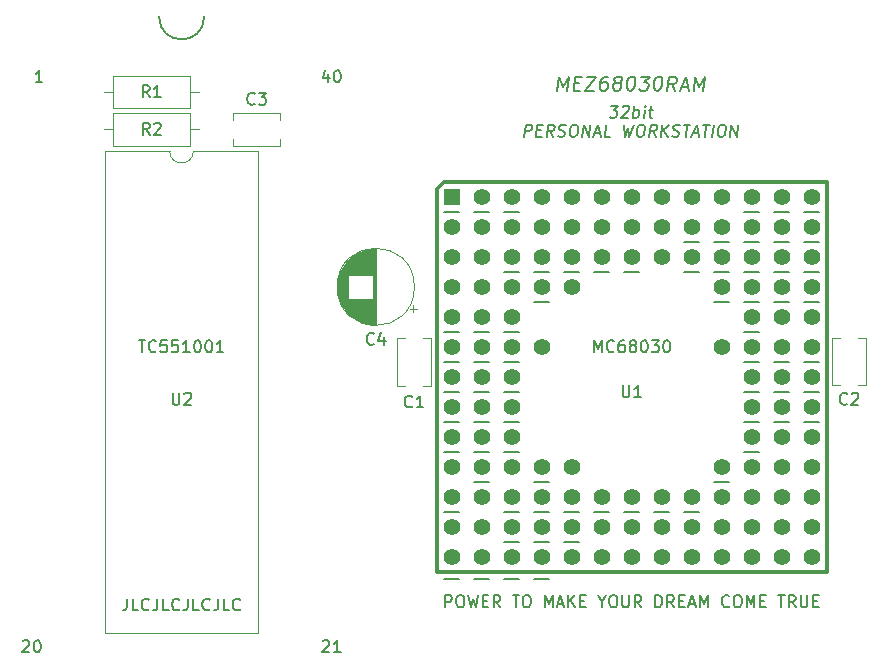
<source format=gto>
G04 #@! TF.GenerationSoftware,KiCad,Pcbnew,(6.0.10-0)*
G04 #@! TF.CreationDate,2023-02-19T16:13:56+09:00*
G04 #@! TF.ProjectId,MEZ68030RAM,4d455a36-3830-4333-9052-414d2e6b6963,A*
G04 #@! TF.SameCoordinates,PX5f5e100PY8e18f40*
G04 #@! TF.FileFunction,Legend,Top*
G04 #@! TF.FilePolarity,Positive*
%FSLAX46Y46*%
G04 Gerber Fmt 4.6, Leading zero omitted, Abs format (unit mm)*
G04 Created by KiCad (PCBNEW (6.0.10-0)) date 2023-02-19 16:13:56*
%MOMM*%
%LPD*%
G01*
G04 APERTURE LIST*
%ADD10C,0.150000*%
%ADD11C,0.200000*%
%ADD12C,0.203200*%
%ADD13C,0.120000*%
%ADD14C,0.304800*%
%ADD15R,1.397000X1.397000*%
%ADD16C,1.397000*%
G04 APERTURE END LIST*
D10*
X9350952Y7532620D02*
X9350952Y6818334D01*
X9303333Y6675477D01*
X9208095Y6580239D01*
X9065238Y6532620D01*
X8970000Y6532620D01*
X10303333Y6532620D02*
X9827142Y6532620D01*
X9827142Y7532620D01*
X11208095Y6627858D02*
X11160476Y6580239D01*
X11017619Y6532620D01*
X10922380Y6532620D01*
X10779523Y6580239D01*
X10684285Y6675477D01*
X10636666Y6770715D01*
X10589047Y6961191D01*
X10589047Y7104048D01*
X10636666Y7294524D01*
X10684285Y7389762D01*
X10779523Y7485000D01*
X10922380Y7532620D01*
X11017619Y7532620D01*
X11160476Y7485000D01*
X11208095Y7437381D01*
X11922380Y7532620D02*
X11922380Y6818334D01*
X11874761Y6675477D01*
X11779523Y6580239D01*
X11636666Y6532620D01*
X11541428Y6532620D01*
X12874761Y6532620D02*
X12398571Y6532620D01*
X12398571Y7532620D01*
X13779523Y6627858D02*
X13731904Y6580239D01*
X13589047Y6532620D01*
X13493809Y6532620D01*
X13350952Y6580239D01*
X13255714Y6675477D01*
X13208095Y6770715D01*
X13160476Y6961191D01*
X13160476Y7104048D01*
X13208095Y7294524D01*
X13255714Y7389762D01*
X13350952Y7485000D01*
X13493809Y7532620D01*
X13589047Y7532620D01*
X13731904Y7485000D01*
X13779523Y7437381D01*
X14493809Y7532620D02*
X14493809Y6818334D01*
X14446190Y6675477D01*
X14350952Y6580239D01*
X14208095Y6532620D01*
X14112857Y6532620D01*
X15446190Y6532620D02*
X14970000Y6532620D01*
X14970000Y7532620D01*
X16350952Y6627858D02*
X16303333Y6580239D01*
X16160476Y6532620D01*
X16065238Y6532620D01*
X15922380Y6580239D01*
X15827142Y6675477D01*
X15779523Y6770715D01*
X15731904Y6961191D01*
X15731904Y7104048D01*
X15779523Y7294524D01*
X15827142Y7389762D01*
X15922380Y7485000D01*
X16065238Y7532620D01*
X16160476Y7532620D01*
X16303333Y7485000D01*
X16350952Y7437381D01*
X17065238Y7532620D02*
X17065238Y6818334D01*
X17017619Y6675477D01*
X16922380Y6580239D01*
X16779523Y6532620D01*
X16684285Y6532620D01*
X18017619Y6532620D02*
X17541428Y6532620D01*
X17541428Y7532620D01*
X18922380Y6627858D02*
X18874761Y6580239D01*
X18731904Y6532620D01*
X18636666Y6532620D01*
X18493809Y6580239D01*
X18398571Y6675477D01*
X18350952Y6770715D01*
X18303333Y6961191D01*
X18303333Y7104048D01*
X18350952Y7294524D01*
X18398571Y7389762D01*
X18493809Y7485000D01*
X18636666Y7532620D01*
X18731904Y7532620D01*
X18874761Y7485000D01*
X18922380Y7437381D01*
X46355000Y12335000D02*
X47625000Y12335000D01*
X41275000Y25035000D02*
X42545000Y25035000D01*
X38735000Y9160000D02*
X40005000Y9160000D01*
X36195000Y19955000D02*
X37465000Y19955000D01*
X66675000Y40275000D02*
X67945000Y40275000D01*
X61595000Y27575000D02*
X62865000Y27575000D01*
X64135000Y37735000D02*
X65405000Y37735000D01*
X61595000Y37735000D02*
X62865000Y37735000D01*
X41275000Y22495000D02*
X42545000Y22495000D01*
X41275000Y12335000D02*
X42545000Y12335000D01*
X61595000Y32655000D02*
X62865000Y32655000D01*
X46355000Y14875000D02*
X47625000Y14875000D01*
X66675000Y22495000D02*
X67945000Y22495000D01*
X36195000Y25035000D02*
X37465000Y25035000D01*
X59055000Y17415000D02*
X60325000Y17415000D01*
X59032798Y35221786D02*
X60302798Y35221786D01*
X66675000Y27575000D02*
X67945000Y27575000D01*
X41275000Y27575000D02*
X42545000Y27575000D01*
X43815000Y12335000D02*
X45085000Y12335000D01*
X46355000Y35195000D02*
X47625000Y35195000D01*
X41275000Y14875000D02*
X42545000Y14875000D01*
X38735000Y19955000D02*
X40005000Y19955000D01*
X61595000Y22495000D02*
X62865000Y22495000D01*
X61595000Y19955000D02*
X62865000Y19955000D01*
X38735000Y22495000D02*
X40005000Y22495000D01*
X36195000Y22495000D02*
X37465000Y22495000D01*
X59055000Y37735000D02*
X60325000Y37735000D01*
X36195000Y14875000D02*
X37465000Y14875000D01*
X38735000Y30115000D02*
X40005000Y30115000D01*
X48895000Y35195000D02*
X50165000Y35195000D01*
X66675000Y25035000D02*
X67945000Y25035000D01*
X36195000Y30115000D02*
X37465000Y30115000D01*
X36195000Y9160000D02*
X37465000Y9160000D01*
X66675000Y37735000D02*
X67945000Y37735000D01*
X41275000Y9160000D02*
X42545000Y9160000D01*
X38735000Y27575000D02*
X40005000Y27575000D01*
X53975000Y14875000D02*
X55245000Y14875000D01*
X36195000Y40275000D02*
X37465000Y40275000D01*
X59055000Y32655000D02*
X60325000Y32655000D01*
X61595000Y40275000D02*
X62865000Y40275000D01*
X36195000Y25035000D02*
X37465000Y25035000D01*
X61595000Y35221786D02*
X62865000Y35221786D01*
X64135000Y22495000D02*
X65405000Y22495000D01*
X48895000Y14875000D02*
X50165000Y14875000D01*
X64135000Y40275000D02*
X65405000Y40275000D01*
X41275000Y40275000D02*
X42545000Y40275000D01*
X61595000Y25035000D02*
X62865000Y25035000D01*
X41275000Y35195000D02*
X42545000Y35195000D01*
X38735000Y25035000D02*
X40005000Y25035000D01*
X64135000Y32655000D02*
X65405000Y32655000D01*
X51435000Y35195000D02*
X52705000Y35195000D01*
X43815000Y14875000D02*
X45085000Y14875000D01*
X56515000Y35195000D02*
X57785000Y35195000D01*
X66675000Y35221786D02*
X67945000Y35221786D01*
X66675000Y32655000D02*
X67945000Y32655000D01*
X43815000Y32655000D02*
X45085000Y32655000D01*
X43815000Y35195000D02*
X45085000Y35195000D01*
X64135000Y27575000D02*
X65405000Y27575000D01*
X51435000Y14875000D02*
X52705000Y14875000D01*
X36195000Y25035000D02*
X37465000Y25035000D01*
X38735000Y17415000D02*
X40005000Y17415000D01*
X64135000Y25035000D02*
X65405000Y25035000D01*
X41275000Y19955000D02*
X42545000Y19955000D01*
X38735000Y40275000D02*
X40005000Y40275000D01*
X43815000Y17415000D02*
X45085000Y17415000D01*
X64135000Y35221786D02*
X65405000Y35221786D01*
X56515000Y37735000D02*
X57785000Y37735000D01*
X36195000Y27575000D02*
X37465000Y27575000D01*
X41275000Y30115000D02*
X42545000Y30115000D01*
X56515000Y14875000D02*
X57785000Y14875000D01*
X61595000Y30115000D02*
X62865000Y30115000D01*
X12065000Y56785000D02*
G75*
G03*
X15875000Y56785000I1905000J0D01*
G01*
X43815000Y9160000D02*
X45085000Y9160000D01*
X11263333Y49982620D02*
X10930000Y50458810D01*
X10691904Y49982620D02*
X10691904Y50982620D01*
X11072857Y50982620D01*
X11168095Y50935000D01*
X11215714Y50887381D01*
X11263333Y50792143D01*
X11263333Y50649286D01*
X11215714Y50554048D01*
X11168095Y50506429D01*
X11072857Y50458810D01*
X10691904Y50458810D01*
X12215714Y49982620D02*
X11644285Y49982620D01*
X11930000Y49982620D02*
X11930000Y50982620D01*
X11834761Y50839762D01*
X11739523Y50744524D01*
X11644285Y50696905D01*
X508095Y3897381D02*
X555714Y3945000D01*
X650952Y3992620D01*
X889047Y3992620D01*
X984285Y3945000D01*
X1031904Y3897381D01*
X1079523Y3802143D01*
X1079523Y3706905D01*
X1031904Y3564048D01*
X460476Y2992620D01*
X1079523Y2992620D01*
X1698571Y3992620D02*
X1793809Y3992620D01*
X1889047Y3945000D01*
X1936666Y3897381D01*
X1984285Y3802143D01*
X2031904Y3611667D01*
X2031904Y3373572D01*
X1984285Y3183096D01*
X1936666Y3087858D01*
X1889047Y3040239D01*
X1793809Y2992620D01*
X1698571Y2992620D01*
X1603333Y3040239D01*
X1555714Y3087858D01*
X1508095Y3183096D01*
X1460476Y3373572D01*
X1460476Y3611667D01*
X1508095Y3802143D01*
X1555714Y3897381D01*
X1603333Y3945000D01*
X1698571Y3992620D01*
X10327142Y29392620D02*
X10898571Y29392620D01*
X10612857Y28392620D02*
X10612857Y29392620D01*
X11803333Y28487858D02*
X11755714Y28440239D01*
X11612857Y28392620D01*
X11517619Y28392620D01*
X11374761Y28440239D01*
X11279523Y28535477D01*
X11231904Y28630715D01*
X11184285Y28821191D01*
X11184285Y28964048D01*
X11231904Y29154524D01*
X11279523Y29249762D01*
X11374761Y29345000D01*
X11517619Y29392620D01*
X11612857Y29392620D01*
X11755714Y29345000D01*
X11803333Y29297381D01*
X12708095Y29392620D02*
X12231904Y29392620D01*
X12184285Y28916429D01*
X12231904Y28964048D01*
X12327142Y29011667D01*
X12565238Y29011667D01*
X12660476Y28964048D01*
X12708095Y28916429D01*
X12755714Y28821191D01*
X12755714Y28583096D01*
X12708095Y28487858D01*
X12660476Y28440239D01*
X12565238Y28392620D01*
X12327142Y28392620D01*
X12231904Y28440239D01*
X12184285Y28487858D01*
X13660476Y29392620D02*
X13184285Y29392620D01*
X13136666Y28916429D01*
X13184285Y28964048D01*
X13279523Y29011667D01*
X13517619Y29011667D01*
X13612857Y28964048D01*
X13660476Y28916429D01*
X13708095Y28821191D01*
X13708095Y28583096D01*
X13660476Y28487858D01*
X13612857Y28440239D01*
X13517619Y28392620D01*
X13279523Y28392620D01*
X13184285Y28440239D01*
X13136666Y28487858D01*
X14660476Y28392620D02*
X14089047Y28392620D01*
X14374761Y28392620D02*
X14374761Y29392620D01*
X14279523Y29249762D01*
X14184285Y29154524D01*
X14089047Y29106905D01*
X15279523Y29392620D02*
X15374761Y29392620D01*
X15470000Y29345000D01*
X15517619Y29297381D01*
X15565238Y29202143D01*
X15612857Y29011667D01*
X15612857Y28773572D01*
X15565238Y28583096D01*
X15517619Y28487858D01*
X15470000Y28440239D01*
X15374761Y28392620D01*
X15279523Y28392620D01*
X15184285Y28440239D01*
X15136666Y28487858D01*
X15089047Y28583096D01*
X15041428Y28773572D01*
X15041428Y29011667D01*
X15089047Y29202143D01*
X15136666Y29297381D01*
X15184285Y29345000D01*
X15279523Y29392620D01*
X16231904Y29392620D02*
X16327142Y29392620D01*
X16422380Y29345000D01*
X16470000Y29297381D01*
X16517619Y29202143D01*
X16565238Y29011667D01*
X16565238Y28773572D01*
X16517619Y28583096D01*
X16470000Y28487858D01*
X16422380Y28440239D01*
X16327142Y28392620D01*
X16231904Y28392620D01*
X16136666Y28440239D01*
X16089047Y28487858D01*
X16041428Y28583096D01*
X15993809Y28773572D01*
X15993809Y29011667D01*
X16041428Y29202143D01*
X16089047Y29297381D01*
X16136666Y29345000D01*
X16231904Y29392620D01*
X17517619Y28392620D02*
X16946190Y28392620D01*
X17231904Y28392620D02*
X17231904Y29392620D01*
X17136666Y29249762D01*
X17041428Y29154524D01*
X16946190Y29106905D01*
X26384285Y51919286D02*
X26384285Y51252620D01*
X26146190Y52300239D02*
X25908095Y51585953D01*
X26527142Y51585953D01*
X27098571Y52252620D02*
X27193809Y52252620D01*
X27289047Y52205000D01*
X27336666Y52157381D01*
X27384285Y52062143D01*
X27431904Y51871667D01*
X27431904Y51633572D01*
X27384285Y51443096D01*
X27336666Y51347858D01*
X27289047Y51300239D01*
X27193809Y51252620D01*
X27098571Y51252620D01*
X27003333Y51300239D01*
X26955714Y51347858D01*
X26908095Y51443096D01*
X26860476Y51633572D01*
X26860476Y51871667D01*
X26908095Y52062143D01*
X26955714Y52157381D01*
X27003333Y52205000D01*
X27098571Y52252620D01*
X25908095Y3897381D02*
X25955714Y3945000D01*
X26050952Y3992620D01*
X26289047Y3992620D01*
X26384285Y3945000D01*
X26431904Y3897381D01*
X26479523Y3802143D01*
X26479523Y3706905D01*
X26431904Y3564048D01*
X25860476Y2992620D01*
X26479523Y2992620D01*
X27431904Y2992620D02*
X26860476Y2992620D01*
X27146190Y2992620D02*
X27146190Y3992620D01*
X27050952Y3849762D01*
X26955714Y3754524D01*
X26860476Y3706905D01*
D11*
X45784964Y50527143D02*
X45934964Y51727143D01*
X46227821Y50870000D01*
X46734964Y51727143D01*
X46584964Y50527143D01*
X47234964Y51155715D02*
X47634964Y51155715D01*
X47727821Y50527143D02*
X47156392Y50527143D01*
X47306392Y51727143D01*
X47877821Y51727143D01*
X48277821Y51727143D02*
X49077821Y51727143D01*
X48127821Y50527143D01*
X48927821Y50527143D01*
X50049250Y51727143D02*
X49820678Y51727143D01*
X49699250Y51670000D01*
X49634964Y51612858D01*
X49499250Y51441429D01*
X49413535Y51212858D01*
X49356392Y50755715D01*
X49399250Y50641429D01*
X49449250Y50584286D01*
X49556392Y50527143D01*
X49784964Y50527143D01*
X49906392Y50584286D01*
X49970678Y50641429D01*
X50042107Y50755715D01*
X50077821Y51041429D01*
X50034964Y51155715D01*
X49984964Y51212858D01*
X49877821Y51270000D01*
X49649250Y51270000D01*
X49527821Y51212858D01*
X49463535Y51155715D01*
X49392107Y51041429D01*
X50784964Y51212858D02*
X50677821Y51270000D01*
X50627821Y51327143D01*
X50584964Y51441429D01*
X50592107Y51498572D01*
X50663535Y51612858D01*
X50727821Y51670000D01*
X50849250Y51727143D01*
X51077821Y51727143D01*
X51184964Y51670000D01*
X51234964Y51612858D01*
X51277821Y51498572D01*
X51270678Y51441429D01*
X51199250Y51327143D01*
X51134964Y51270000D01*
X51013535Y51212858D01*
X50784964Y51212858D01*
X50663535Y51155715D01*
X50599250Y51098572D01*
X50527821Y50984286D01*
X50499250Y50755715D01*
X50542107Y50641429D01*
X50592107Y50584286D01*
X50699250Y50527143D01*
X50927821Y50527143D01*
X51049250Y50584286D01*
X51113535Y50641429D01*
X51184964Y50755715D01*
X51213535Y50984286D01*
X51170678Y51098572D01*
X51120678Y51155715D01*
X51013535Y51212858D01*
X52049250Y51727143D02*
X52163535Y51727143D01*
X52270678Y51670000D01*
X52320678Y51612858D01*
X52363535Y51498572D01*
X52392107Y51270000D01*
X52356392Y50984286D01*
X52270678Y50755715D01*
X52199250Y50641429D01*
X52134964Y50584286D01*
X52013535Y50527143D01*
X51899250Y50527143D01*
X51792107Y50584286D01*
X51742107Y50641429D01*
X51699250Y50755715D01*
X51670678Y50984286D01*
X51706392Y51270000D01*
X51792107Y51498572D01*
X51863535Y51612858D01*
X51927821Y51670000D01*
X52049250Y51727143D01*
X52849250Y51727143D02*
X53592107Y51727143D01*
X53134964Y51270000D01*
X53306392Y51270000D01*
X53413535Y51212858D01*
X53463535Y51155715D01*
X53506392Y51041429D01*
X53470678Y50755715D01*
X53399250Y50641429D01*
X53334964Y50584286D01*
X53213535Y50527143D01*
X52870678Y50527143D01*
X52763535Y50584286D01*
X52713535Y50641429D01*
X54334964Y51727143D02*
X54449250Y51727143D01*
X54556392Y51670000D01*
X54606392Y51612858D01*
X54649250Y51498572D01*
X54677821Y51270000D01*
X54642107Y50984286D01*
X54556392Y50755715D01*
X54484964Y50641429D01*
X54420678Y50584286D01*
X54299250Y50527143D01*
X54184964Y50527143D01*
X54077821Y50584286D01*
X54027821Y50641429D01*
X53984964Y50755715D01*
X53956392Y50984286D01*
X53992107Y51270000D01*
X54077821Y51498572D01*
X54149250Y51612858D01*
X54213535Y51670000D01*
X54334964Y51727143D01*
X55784964Y50527143D02*
X55456392Y51098572D01*
X55099250Y50527143D02*
X55249250Y51727143D01*
X55706392Y51727143D01*
X55813535Y51670000D01*
X55863535Y51612858D01*
X55906392Y51498572D01*
X55884964Y51327143D01*
X55813535Y51212858D01*
X55749250Y51155715D01*
X55627821Y51098572D01*
X55170678Y51098572D01*
X56284964Y50870000D02*
X56856392Y50870000D01*
X56127821Y50527143D02*
X56677821Y51727143D01*
X56927821Y50527143D01*
X57327821Y50527143D02*
X57477821Y51727143D01*
X57770678Y50870000D01*
X58277821Y51727143D01*
X58127821Y50527143D01*
D10*
X48855714Y28392620D02*
X48855714Y29392620D01*
X49189047Y28678334D01*
X49522380Y29392620D01*
X49522380Y28392620D01*
X50570000Y28487858D02*
X50522380Y28440239D01*
X50379523Y28392620D01*
X50284285Y28392620D01*
X50141428Y28440239D01*
X50046190Y28535477D01*
X49998571Y28630715D01*
X49950952Y28821191D01*
X49950952Y28964048D01*
X49998571Y29154524D01*
X50046190Y29249762D01*
X50141428Y29345000D01*
X50284285Y29392620D01*
X50379523Y29392620D01*
X50522380Y29345000D01*
X50570000Y29297381D01*
X51427142Y29392620D02*
X51236666Y29392620D01*
X51141428Y29345000D01*
X51093809Y29297381D01*
X50998571Y29154524D01*
X50950952Y28964048D01*
X50950952Y28583096D01*
X50998571Y28487858D01*
X51046190Y28440239D01*
X51141428Y28392620D01*
X51331904Y28392620D01*
X51427142Y28440239D01*
X51474761Y28487858D01*
X51522380Y28583096D01*
X51522380Y28821191D01*
X51474761Y28916429D01*
X51427142Y28964048D01*
X51331904Y29011667D01*
X51141428Y29011667D01*
X51046190Y28964048D01*
X50998571Y28916429D01*
X50950952Y28821191D01*
X52093809Y28964048D02*
X51998571Y29011667D01*
X51950952Y29059286D01*
X51903333Y29154524D01*
X51903333Y29202143D01*
X51950952Y29297381D01*
X51998571Y29345000D01*
X52093809Y29392620D01*
X52284285Y29392620D01*
X52379523Y29345000D01*
X52427142Y29297381D01*
X52474761Y29202143D01*
X52474761Y29154524D01*
X52427142Y29059286D01*
X52379523Y29011667D01*
X52284285Y28964048D01*
X52093809Y28964048D01*
X51998571Y28916429D01*
X51950952Y28868810D01*
X51903333Y28773572D01*
X51903333Y28583096D01*
X51950952Y28487858D01*
X51998571Y28440239D01*
X52093809Y28392620D01*
X52284285Y28392620D01*
X52379523Y28440239D01*
X52427142Y28487858D01*
X52474761Y28583096D01*
X52474761Y28773572D01*
X52427142Y28868810D01*
X52379523Y28916429D01*
X52284285Y28964048D01*
X53093809Y29392620D02*
X53189047Y29392620D01*
X53284285Y29345000D01*
X53331904Y29297381D01*
X53379523Y29202143D01*
X53427142Y29011667D01*
X53427142Y28773572D01*
X53379523Y28583096D01*
X53331904Y28487858D01*
X53284285Y28440239D01*
X53189047Y28392620D01*
X53093809Y28392620D01*
X52998571Y28440239D01*
X52950952Y28487858D01*
X52903333Y28583096D01*
X52855714Y28773572D01*
X52855714Y29011667D01*
X52903333Y29202143D01*
X52950952Y29297381D01*
X52998571Y29345000D01*
X53093809Y29392620D01*
X53760476Y29392620D02*
X54379523Y29392620D01*
X54046190Y29011667D01*
X54189047Y29011667D01*
X54284285Y28964048D01*
X54331904Y28916429D01*
X54379523Y28821191D01*
X54379523Y28583096D01*
X54331904Y28487858D01*
X54284285Y28440239D01*
X54189047Y28392620D01*
X53903333Y28392620D01*
X53808095Y28440239D01*
X53760476Y28487858D01*
X54998571Y29392620D02*
X55093809Y29392620D01*
X55189047Y29345000D01*
X55236666Y29297381D01*
X55284285Y29202143D01*
X55331904Y29011667D01*
X55331904Y28773572D01*
X55284285Y28583096D01*
X55236666Y28487858D01*
X55189047Y28440239D01*
X55093809Y28392620D01*
X54998571Y28392620D01*
X54903333Y28440239D01*
X54855714Y28487858D01*
X54808095Y28583096D01*
X54760476Y28773572D01*
X54760476Y29011667D01*
X54808095Y29202143D01*
X54855714Y29297381D01*
X54903333Y29345000D01*
X54998571Y29392620D01*
X2190714Y51252620D02*
X1619285Y51252620D01*
X1905000Y51252620D02*
X1905000Y52252620D01*
X1809761Y52109762D01*
X1714523Y52014524D01*
X1619285Y51966905D01*
X50314613Y49247620D02*
X50933660Y49247620D01*
X50552708Y48866667D01*
X50695565Y48866667D01*
X50784851Y48819048D01*
X50826517Y48771429D01*
X50862232Y48676191D01*
X50832470Y48438096D01*
X50772946Y48342858D01*
X50719375Y48295239D01*
X50618184Y48247620D01*
X50332470Y48247620D01*
X50243184Y48295239D01*
X50201517Y48342858D01*
X51302708Y49152381D02*
X51356279Y49200000D01*
X51457470Y49247620D01*
X51695565Y49247620D01*
X51784851Y49200000D01*
X51826517Y49152381D01*
X51862232Y49057143D01*
X51850327Y48961905D01*
X51784851Y48819048D01*
X51141994Y48247620D01*
X51761041Y48247620D01*
X52189613Y48247620D02*
X52314613Y49247620D01*
X52266994Y48866667D02*
X52368184Y48914286D01*
X52558660Y48914286D01*
X52647946Y48866667D01*
X52689613Y48819048D01*
X52725327Y48723810D01*
X52689613Y48438096D01*
X52630089Y48342858D01*
X52576517Y48295239D01*
X52475327Y48247620D01*
X52284851Y48247620D01*
X52195565Y48295239D01*
X53094375Y48247620D02*
X53177708Y48914286D01*
X53219375Y49247620D02*
X53165803Y49200000D01*
X53207470Y49152381D01*
X53261041Y49200000D01*
X53219375Y49247620D01*
X53207470Y49152381D01*
X53511041Y48914286D02*
X53891994Y48914286D01*
X53695565Y49247620D02*
X53588422Y48390477D01*
X53624136Y48295239D01*
X53713422Y48247620D01*
X53808660Y48247620D01*
X42975327Y46637620D02*
X43100327Y47637620D01*
X43481279Y47637620D01*
X43570565Y47590000D01*
X43612232Y47542381D01*
X43647946Y47447143D01*
X43630089Y47304286D01*
X43570565Y47209048D01*
X43516994Y47161429D01*
X43415803Y47113810D01*
X43034851Y47113810D01*
X44040803Y47161429D02*
X44374136Y47161429D01*
X44451517Y46637620D02*
X43975327Y46637620D01*
X44100327Y47637620D01*
X44576517Y47637620D01*
X45451517Y46637620D02*
X45177708Y47113810D01*
X44880089Y46637620D02*
X45005089Y47637620D01*
X45386041Y47637620D01*
X45475327Y47590000D01*
X45516994Y47542381D01*
X45552708Y47447143D01*
X45534851Y47304286D01*
X45475327Y47209048D01*
X45421755Y47161429D01*
X45320565Y47113810D01*
X44939613Y47113810D01*
X45838422Y46685239D02*
X45975327Y46637620D01*
X46213422Y46637620D01*
X46314613Y46685239D01*
X46368184Y46732858D01*
X46427708Y46828096D01*
X46439613Y46923334D01*
X46403898Y47018572D01*
X46362232Y47066191D01*
X46272946Y47113810D01*
X46088422Y47161429D01*
X45999136Y47209048D01*
X45957470Y47256667D01*
X45921755Y47351905D01*
X45933660Y47447143D01*
X45993184Y47542381D01*
X46046755Y47590000D01*
X46147946Y47637620D01*
X46386041Y47637620D01*
X46522946Y47590000D01*
X47147946Y47637620D02*
X47338422Y47637620D01*
X47427708Y47590000D01*
X47511041Y47494762D01*
X47534851Y47304286D01*
X47493184Y46970953D01*
X47421755Y46780477D01*
X47314613Y46685239D01*
X47213422Y46637620D01*
X47022946Y46637620D01*
X46933660Y46685239D01*
X46850327Y46780477D01*
X46826517Y46970953D01*
X46868184Y47304286D01*
X46939613Y47494762D01*
X47046755Y47590000D01*
X47147946Y47637620D01*
X47880089Y46637620D02*
X48005089Y47637620D01*
X48451517Y46637620D01*
X48576517Y47637620D01*
X48915803Y46923334D02*
X49391994Y46923334D01*
X48784851Y46637620D02*
X49243184Y47637620D01*
X49451517Y46637620D01*
X50261041Y46637620D02*
X49784851Y46637620D01*
X49909851Y47637620D01*
X51386041Y47637620D02*
X51499136Y46637620D01*
X51778898Y47351905D01*
X51880089Y46637620D01*
X52243184Y47637620D01*
X52814613Y47637620D02*
X53005089Y47637620D01*
X53094375Y47590000D01*
X53177708Y47494762D01*
X53201517Y47304286D01*
X53159851Y46970953D01*
X53088422Y46780477D01*
X52981279Y46685239D01*
X52880089Y46637620D01*
X52689613Y46637620D01*
X52600327Y46685239D01*
X52516994Y46780477D01*
X52493184Y46970953D01*
X52534851Y47304286D01*
X52606279Y47494762D01*
X52713422Y47590000D01*
X52814613Y47637620D01*
X54118184Y46637620D02*
X53844375Y47113810D01*
X53546755Y46637620D02*
X53671755Y47637620D01*
X54052708Y47637620D01*
X54141994Y47590000D01*
X54183660Y47542381D01*
X54219375Y47447143D01*
X54201517Y47304286D01*
X54141994Y47209048D01*
X54088422Y47161429D01*
X53987232Y47113810D01*
X53606279Y47113810D01*
X54546755Y46637620D02*
X54671755Y47637620D01*
X55118184Y46637620D02*
X54761041Y47209048D01*
X55243184Y47637620D02*
X54600327Y47066191D01*
X55505089Y46685239D02*
X55641994Y46637620D01*
X55880089Y46637620D01*
X55981279Y46685239D01*
X56034851Y46732858D01*
X56094375Y46828096D01*
X56106279Y46923334D01*
X56070565Y47018572D01*
X56028898Y47066191D01*
X55939613Y47113810D01*
X55755089Y47161429D01*
X55665803Y47209048D01*
X55624136Y47256667D01*
X55588422Y47351905D01*
X55600327Y47447143D01*
X55659851Y47542381D01*
X55713422Y47590000D01*
X55814613Y47637620D01*
X56052708Y47637620D01*
X56189613Y47590000D01*
X56481279Y47637620D02*
X57052708Y47637620D01*
X56641994Y46637620D02*
X56766994Y47637620D01*
X57249136Y46923334D02*
X57725327Y46923334D01*
X57118184Y46637620D02*
X57576517Y47637620D01*
X57784851Y46637620D01*
X58100327Y47637620D02*
X58671755Y47637620D01*
X58261041Y46637620D02*
X58386041Y47637620D01*
X58880089Y46637620D02*
X59005089Y47637620D01*
X59671755Y47637620D02*
X59862232Y47637620D01*
X59951517Y47590000D01*
X60034851Y47494762D01*
X60058660Y47304286D01*
X60016994Y46970953D01*
X59945565Y46780477D01*
X59838422Y46685239D01*
X59737232Y46637620D01*
X59546755Y46637620D01*
X59457470Y46685239D01*
X59374136Y46780477D01*
X59350327Y46970953D01*
X59391994Y47304286D01*
X59463422Y47494762D01*
X59570565Y47590000D01*
X59671755Y47637620D01*
X60403898Y46637620D02*
X60528898Y47637620D01*
X60975327Y46637620D01*
X61100327Y47637620D01*
X36284285Y6802620D02*
X36284285Y7802620D01*
X36665238Y7802620D01*
X36760476Y7755000D01*
X36808095Y7707381D01*
X36855714Y7612143D01*
X36855714Y7469286D01*
X36808095Y7374048D01*
X36760476Y7326429D01*
X36665238Y7278810D01*
X36284285Y7278810D01*
X37474761Y7802620D02*
X37665238Y7802620D01*
X37760476Y7755000D01*
X37855714Y7659762D01*
X37903333Y7469286D01*
X37903333Y7135953D01*
X37855714Y6945477D01*
X37760476Y6850239D01*
X37665238Y6802620D01*
X37474761Y6802620D01*
X37379523Y6850239D01*
X37284285Y6945477D01*
X37236666Y7135953D01*
X37236666Y7469286D01*
X37284285Y7659762D01*
X37379523Y7755000D01*
X37474761Y7802620D01*
X38236666Y7802620D02*
X38474761Y6802620D01*
X38665238Y7516905D01*
X38855714Y6802620D01*
X39093809Y7802620D01*
X39474761Y7326429D02*
X39808095Y7326429D01*
X39950952Y6802620D02*
X39474761Y6802620D01*
X39474761Y7802620D01*
X39950952Y7802620D01*
X40950952Y6802620D02*
X40617619Y7278810D01*
X40379523Y6802620D02*
X40379523Y7802620D01*
X40760476Y7802620D01*
X40855714Y7755000D01*
X40903333Y7707381D01*
X40950952Y7612143D01*
X40950952Y7469286D01*
X40903333Y7374048D01*
X40855714Y7326429D01*
X40760476Y7278810D01*
X40379523Y7278810D01*
X41998571Y7802620D02*
X42570000Y7802620D01*
X42284285Y6802620D02*
X42284285Y7802620D01*
X43093809Y7802620D02*
X43284285Y7802620D01*
X43379523Y7755000D01*
X43474761Y7659762D01*
X43522380Y7469286D01*
X43522380Y7135953D01*
X43474761Y6945477D01*
X43379523Y6850239D01*
X43284285Y6802620D01*
X43093809Y6802620D01*
X42998571Y6850239D01*
X42903333Y6945477D01*
X42855714Y7135953D01*
X42855714Y7469286D01*
X42903333Y7659762D01*
X42998571Y7755000D01*
X43093809Y7802620D01*
X44712857Y6802620D02*
X44712857Y7802620D01*
X45046190Y7088334D01*
X45379523Y7802620D01*
X45379523Y6802620D01*
X45808095Y7088334D02*
X46284285Y7088334D01*
X45712857Y6802620D02*
X46046190Y7802620D01*
X46379523Y6802620D01*
X46712857Y6802620D02*
X46712857Y7802620D01*
X47284285Y6802620D02*
X46855714Y7374048D01*
X47284285Y7802620D02*
X46712857Y7231191D01*
X47712857Y7326429D02*
X48046190Y7326429D01*
X48189047Y6802620D02*
X47712857Y6802620D01*
X47712857Y7802620D01*
X48189047Y7802620D01*
X49570000Y7278810D02*
X49570000Y6802620D01*
X49236666Y7802620D02*
X49570000Y7278810D01*
X49903333Y7802620D01*
X50427142Y7802620D02*
X50617619Y7802620D01*
X50712857Y7755000D01*
X50808095Y7659762D01*
X50855714Y7469286D01*
X50855714Y7135953D01*
X50808095Y6945477D01*
X50712857Y6850239D01*
X50617619Y6802620D01*
X50427142Y6802620D01*
X50331904Y6850239D01*
X50236666Y6945477D01*
X50189047Y7135953D01*
X50189047Y7469286D01*
X50236666Y7659762D01*
X50331904Y7755000D01*
X50427142Y7802620D01*
X51284285Y7802620D02*
X51284285Y6993096D01*
X51331904Y6897858D01*
X51379523Y6850239D01*
X51474761Y6802620D01*
X51665238Y6802620D01*
X51760476Y6850239D01*
X51808095Y6897858D01*
X51855714Y6993096D01*
X51855714Y7802620D01*
X52903333Y6802620D02*
X52570000Y7278810D01*
X52331904Y6802620D02*
X52331904Y7802620D01*
X52712857Y7802620D01*
X52808095Y7755000D01*
X52855714Y7707381D01*
X52903333Y7612143D01*
X52903333Y7469286D01*
X52855714Y7374048D01*
X52808095Y7326429D01*
X52712857Y7278810D01*
X52331904Y7278810D01*
X54093809Y6802620D02*
X54093809Y7802620D01*
X54331904Y7802620D01*
X54474761Y7755000D01*
X54570000Y7659762D01*
X54617619Y7564524D01*
X54665238Y7374048D01*
X54665238Y7231191D01*
X54617619Y7040715D01*
X54570000Y6945477D01*
X54474761Y6850239D01*
X54331904Y6802620D01*
X54093809Y6802620D01*
X55665238Y6802620D02*
X55331904Y7278810D01*
X55093809Y6802620D02*
X55093809Y7802620D01*
X55474761Y7802620D01*
X55570000Y7755000D01*
X55617619Y7707381D01*
X55665238Y7612143D01*
X55665238Y7469286D01*
X55617619Y7374048D01*
X55570000Y7326429D01*
X55474761Y7278810D01*
X55093809Y7278810D01*
X56093809Y7326429D02*
X56427142Y7326429D01*
X56570000Y6802620D02*
X56093809Y6802620D01*
X56093809Y7802620D01*
X56570000Y7802620D01*
X56950952Y7088334D02*
X57427142Y7088334D01*
X56855714Y6802620D02*
X57189047Y7802620D01*
X57522380Y6802620D01*
X57855714Y6802620D02*
X57855714Y7802620D01*
X58189047Y7088334D01*
X58522380Y7802620D01*
X58522380Y6802620D01*
X60331904Y6897858D02*
X60284285Y6850239D01*
X60141428Y6802620D01*
X60046190Y6802620D01*
X59903333Y6850239D01*
X59808095Y6945477D01*
X59760476Y7040715D01*
X59712857Y7231191D01*
X59712857Y7374048D01*
X59760476Y7564524D01*
X59808095Y7659762D01*
X59903333Y7755000D01*
X60046190Y7802620D01*
X60141428Y7802620D01*
X60284285Y7755000D01*
X60331904Y7707381D01*
X60950952Y7802620D02*
X61141428Y7802620D01*
X61236666Y7755000D01*
X61331904Y7659762D01*
X61379523Y7469286D01*
X61379523Y7135953D01*
X61331904Y6945477D01*
X61236666Y6850239D01*
X61141428Y6802620D01*
X60950952Y6802620D01*
X60855714Y6850239D01*
X60760476Y6945477D01*
X60712857Y7135953D01*
X60712857Y7469286D01*
X60760476Y7659762D01*
X60855714Y7755000D01*
X60950952Y7802620D01*
X61808095Y6802620D02*
X61808095Y7802620D01*
X62141428Y7088334D01*
X62474761Y7802620D01*
X62474761Y6802620D01*
X62950952Y7326429D02*
X63284285Y7326429D01*
X63427142Y6802620D02*
X62950952Y6802620D01*
X62950952Y7802620D01*
X63427142Y7802620D01*
X64474761Y7802620D02*
X65046190Y7802620D01*
X64760476Y6802620D02*
X64760476Y7802620D01*
X65950952Y6802620D02*
X65617619Y7278810D01*
X65379523Y6802620D02*
X65379523Y7802620D01*
X65760476Y7802620D01*
X65855714Y7755000D01*
X65903333Y7707381D01*
X65950952Y7612143D01*
X65950952Y7469286D01*
X65903333Y7374048D01*
X65855714Y7326429D01*
X65760476Y7278810D01*
X65379523Y7278810D01*
X66379523Y7802620D02*
X66379523Y6993096D01*
X66427142Y6897858D01*
X66474761Y6850239D01*
X66570000Y6802620D01*
X66760476Y6802620D01*
X66855714Y6850239D01*
X66903333Y6897858D01*
X66950952Y6993096D01*
X66950952Y7802620D01*
X67427142Y7326429D02*
X67760476Y7326429D01*
X67903333Y6802620D02*
X67427142Y6802620D01*
X67427142Y7802620D01*
X67903333Y7802620D01*
X11263333Y46807620D02*
X10930000Y47283810D01*
X10691904Y46807620D02*
X10691904Y47807620D01*
X11072857Y47807620D01*
X11168095Y47760000D01*
X11215714Y47712381D01*
X11263333Y47617143D01*
X11263333Y47474286D01*
X11215714Y47379048D01*
X11168095Y47331429D01*
X11072857Y47283810D01*
X10691904Y47283810D01*
X11644285Y47712381D02*
X11691904Y47760000D01*
X11787142Y47807620D01*
X12025238Y47807620D01*
X12120476Y47760000D01*
X12168095Y47712381D01*
X12215714Y47617143D01*
X12215714Y47521905D01*
X12168095Y47379048D01*
X11596666Y46807620D01*
X12215714Y46807620D01*
D12*
X51308095Y25582620D02*
X51308095Y24773096D01*
X51355714Y24677858D01*
X51403333Y24630239D01*
X51498571Y24582620D01*
X51689047Y24582620D01*
X51784285Y24630239D01*
X51831904Y24677858D01*
X51879523Y24773096D01*
X51879523Y25582620D01*
X52879523Y24582620D02*
X52308095Y24582620D01*
X52593809Y24582620D02*
X52593809Y25582620D01*
X52498571Y25439762D01*
X52403333Y25344524D01*
X52308095Y25296905D01*
D10*
X13208095Y24947620D02*
X13208095Y24138096D01*
X13255714Y24042858D01*
X13303333Y23995239D01*
X13398571Y23947620D01*
X13589047Y23947620D01*
X13684285Y23995239D01*
X13731904Y24042858D01*
X13779523Y24138096D01*
X13779523Y24947620D01*
X14208095Y24852381D02*
X14255714Y24900000D01*
X14350952Y24947620D01*
X14589047Y24947620D01*
X14684285Y24900000D01*
X14731904Y24852381D01*
X14779523Y24757143D01*
X14779523Y24661905D01*
X14731904Y24519048D01*
X14160476Y23947620D01*
X14779523Y23947620D01*
X30245733Y29122858D02*
X30198114Y29075239D01*
X30055257Y29027620D01*
X29960019Y29027620D01*
X29817161Y29075239D01*
X29721923Y29170477D01*
X29674304Y29265715D01*
X29626685Y29456191D01*
X29626685Y29599048D01*
X29674304Y29789524D01*
X29721923Y29884762D01*
X29817161Y29980000D01*
X29960019Y30027620D01*
X30055257Y30027620D01*
X30198114Y29980000D01*
X30245733Y29932381D01*
X31102876Y29694286D02*
X31102876Y29027620D01*
X30864780Y30075239D02*
X30626685Y29360953D01*
X31245733Y29360953D01*
X20153333Y49442858D02*
X20105714Y49395239D01*
X19962857Y49347620D01*
X19867619Y49347620D01*
X19724761Y49395239D01*
X19629523Y49490477D01*
X19581904Y49585715D01*
X19534285Y49776191D01*
X19534285Y49919048D01*
X19581904Y50109524D01*
X19629523Y50204762D01*
X19724761Y50300000D01*
X19867619Y50347620D01*
X19962857Y50347620D01*
X20105714Y50300000D01*
X20153333Y50252381D01*
X20486666Y50347620D02*
X21105714Y50347620D01*
X20772380Y49966667D01*
X20915238Y49966667D01*
X21010476Y49919048D01*
X21058095Y49871429D01*
X21105714Y49776191D01*
X21105714Y49538096D01*
X21058095Y49442858D01*
X21010476Y49395239D01*
X20915238Y49347620D01*
X20629523Y49347620D01*
X20534285Y49395239D01*
X20486666Y49442858D01*
X70318333Y24042858D02*
X70270714Y23995239D01*
X70127857Y23947620D01*
X70032619Y23947620D01*
X69889761Y23995239D01*
X69794523Y24090477D01*
X69746904Y24185715D01*
X69699285Y24376191D01*
X69699285Y24519048D01*
X69746904Y24709524D01*
X69794523Y24804762D01*
X69889761Y24900000D01*
X70032619Y24947620D01*
X70127857Y24947620D01*
X70270714Y24900000D01*
X70318333Y24852381D01*
X70699285Y24852381D02*
X70746904Y24900000D01*
X70842142Y24947620D01*
X71080238Y24947620D01*
X71175476Y24900000D01*
X71223095Y24852381D01*
X71270714Y24757143D01*
X71270714Y24661905D01*
X71223095Y24519048D01*
X70651666Y23947620D01*
X71270714Y23947620D01*
X33488333Y23808858D02*
X33440714Y23761239D01*
X33297857Y23713620D01*
X33202619Y23713620D01*
X33059761Y23761239D01*
X32964523Y23856477D01*
X32916904Y23951715D01*
X32869285Y24142191D01*
X32869285Y24285048D01*
X32916904Y24475524D01*
X32964523Y24570762D01*
X33059761Y24666000D01*
X33202619Y24713620D01*
X33297857Y24713620D01*
X33440714Y24666000D01*
X33488333Y24618381D01*
X34440714Y23713620D02*
X33869285Y23713620D01*
X34155000Y23713620D02*
X34155000Y24713620D01*
X34059761Y24570762D01*
X33964523Y24475524D01*
X33869285Y24427905D01*
D13*
X14700000Y49065000D02*
X14700000Y51805000D01*
X7390000Y50435000D02*
X8160000Y50435000D01*
X15470000Y50435000D02*
X14700000Y50435000D01*
X8160000Y49065000D02*
X14700000Y49065000D01*
X14700000Y51805000D02*
X8160000Y51805000D01*
X8160000Y51805000D02*
X8160000Y49065000D01*
D14*
X35560000Y41545000D02*
X35560000Y42180000D01*
X35560000Y41545000D02*
X35560000Y9795000D01*
X35560000Y42180000D02*
X36195000Y42815000D01*
X68580000Y9795000D02*
X68580000Y42815000D01*
X36195000Y42815000D02*
X36830000Y42815000D01*
X68580000Y42815000D02*
X36830000Y42815000D01*
X35560000Y9795000D02*
X68580000Y9795000D01*
D13*
X12965000Y45415000D02*
X7505000Y45415000D01*
X20425000Y4655000D02*
X20425000Y45415000D01*
X7505000Y45415000D02*
X7505000Y4655000D01*
X20425000Y45415000D02*
X14965000Y45415000D01*
X7505000Y4655000D02*
X20425000Y4655000D01*
X12965000Y45415000D02*
G75*
G03*
X14965000Y45415000I1000000J0D01*
G01*
X30332400Y30695000D02*
X30332400Y37155000D01*
X29852400Y30743000D02*
X29852400Y32885000D01*
X28571400Y34965000D02*
X28571400Y36589000D01*
X29732400Y34965000D02*
X29732400Y37084000D01*
X28371400Y34965000D02*
X28371400Y36441000D01*
X27291400Y32985000D02*
X27291400Y34865000D01*
X30012400Y34965000D02*
X30012400Y37131000D01*
X29011400Y34965000D02*
X29011400Y36841000D01*
X29892400Y30736000D02*
X29892400Y32885000D01*
X28491400Y31318000D02*
X28491400Y32885000D01*
X28291400Y31475000D02*
X28291400Y32885000D01*
X30012400Y30719000D02*
X30012400Y32885000D01*
X29651400Y30784000D02*
X29651400Y32885000D01*
X28531400Y31289000D02*
X28531400Y32885000D01*
X29531400Y30815000D02*
X29531400Y32885000D01*
X27491400Y32493000D02*
X27491400Y35357000D01*
X27891400Y31881000D02*
X27891400Y35969000D01*
X28891400Y34965000D02*
X28891400Y36781000D01*
X29411400Y34965000D02*
X29411400Y36999000D01*
X29812400Y30750000D02*
X29812400Y32885000D01*
X27331400Y32866000D02*
X27331400Y34984000D01*
X28651400Y34965000D02*
X28651400Y36641000D01*
X30252400Y30698000D02*
X30252400Y37152000D01*
X29491400Y34965000D02*
X29491400Y37023000D01*
X29251400Y30907000D02*
X29251400Y32885000D01*
X28931400Y31049000D02*
X28931400Y32885000D01*
X28971400Y34965000D02*
X28971400Y36821000D01*
X30052400Y30714000D02*
X30052400Y32885000D01*
X29211400Y34965000D02*
X29211400Y36927000D01*
X28051400Y31701000D02*
X28051400Y36149000D01*
X28251400Y34965000D02*
X28251400Y36341000D01*
X29411400Y30851000D02*
X29411400Y32885000D01*
X30412400Y30695000D02*
X30412400Y37155000D01*
X30092400Y30710000D02*
X30092400Y32885000D01*
X29531400Y34965000D02*
X29531400Y37035000D01*
X27771400Y32035000D02*
X27771400Y35815000D01*
X28571400Y31261000D02*
X28571400Y32885000D01*
X27531400Y32416000D02*
X27531400Y35434000D01*
X29611400Y34965000D02*
X29611400Y37056000D01*
X27851400Y31930000D02*
X27851400Y35920000D01*
X27731400Y32091000D02*
X27731400Y35759000D01*
X29892400Y34965000D02*
X29892400Y37114000D01*
X29651400Y34965000D02*
X29651400Y37066000D01*
X33597641Y31771000D02*
X33597641Y32401000D01*
X30172400Y34965000D02*
X30172400Y37147000D01*
X29091400Y30973000D02*
X29091400Y32885000D01*
X29691400Y34965000D02*
X29691400Y37075000D01*
X28771400Y34965000D02*
X28771400Y36715000D01*
X28451400Y34965000D02*
X28451400Y36503000D01*
X29611400Y30794000D02*
X29611400Y32885000D01*
X30212400Y30701000D02*
X30212400Y37149000D01*
X27971400Y31788000D02*
X27971400Y36062000D01*
X29051400Y34965000D02*
X29051400Y36859000D01*
X29491400Y30827000D02*
X29491400Y32885000D01*
X29331400Y34965000D02*
X29331400Y36972000D01*
X27251400Y33123000D02*
X27251400Y34727000D01*
X27691400Y32149000D02*
X27691400Y35701000D01*
X28931400Y34965000D02*
X28931400Y36801000D01*
X28131400Y34965000D02*
X28131400Y36230000D01*
X29291400Y34965000D02*
X29291400Y36958000D01*
X29371400Y34965000D02*
X29371400Y36986000D01*
X29131400Y34965000D02*
X29131400Y36895000D01*
X28171400Y34965000D02*
X28171400Y36268000D01*
X28811400Y34965000D02*
X28811400Y36737000D01*
X28011400Y31743000D02*
X28011400Y36107000D01*
X28451400Y31347000D02*
X28451400Y32885000D01*
X28811400Y31113000D02*
X28811400Y32885000D01*
X28331400Y34965000D02*
X28331400Y36409000D01*
X28331400Y31441000D02*
X28331400Y32885000D01*
X28171400Y31582000D02*
X28171400Y32885000D01*
X28731400Y31159000D02*
X28731400Y32885000D01*
X30372400Y30695000D02*
X30372400Y37155000D01*
X29251400Y34965000D02*
X29251400Y36943000D01*
X30092400Y34965000D02*
X30092400Y37140000D01*
X28851400Y31091000D02*
X28851400Y32885000D01*
X29812400Y34965000D02*
X29812400Y37100000D01*
X28211400Y31545000D02*
X28211400Y32885000D01*
X29011400Y31009000D02*
X29011400Y32885000D01*
X28411400Y34965000D02*
X28411400Y36473000D01*
X29171400Y34965000D02*
X29171400Y36911000D01*
X27571400Y32344000D02*
X27571400Y35506000D01*
X28691400Y34965000D02*
X28691400Y36667000D01*
X28291400Y34965000D02*
X28291400Y36375000D01*
X29571400Y34965000D02*
X29571400Y37046000D01*
X29691400Y30775000D02*
X29691400Y32885000D01*
X29772400Y30758000D02*
X29772400Y32885000D01*
X29451400Y30839000D02*
X29451400Y32885000D01*
X29451400Y34965000D02*
X29451400Y37011000D01*
X29772400Y34965000D02*
X29772400Y37092000D01*
X29091400Y34965000D02*
X29091400Y36877000D01*
X27931400Y31833000D02*
X27931400Y36017000D01*
X29852400Y34965000D02*
X29852400Y37107000D01*
X27211400Y33292000D02*
X27211400Y34558000D01*
X28611400Y31235000D02*
X28611400Y32885000D01*
X28371400Y31409000D02*
X28371400Y32885000D01*
X28131400Y31620000D02*
X28131400Y32885000D01*
X29932400Y34965000D02*
X29932400Y37120000D01*
X27611400Y32275000D02*
X27611400Y35575000D01*
X33912641Y32086000D02*
X33282641Y32086000D01*
X29331400Y30878000D02*
X29331400Y32885000D01*
X28891400Y31069000D02*
X28891400Y32885000D01*
X28691400Y31183000D02*
X28691400Y32885000D01*
X30292400Y30697000D02*
X30292400Y37153000D01*
X28251400Y31509000D02*
X28251400Y32885000D01*
X30132400Y34965000D02*
X30132400Y37143000D01*
X29932400Y30730000D02*
X29932400Y32885000D01*
X28971400Y31029000D02*
X28971400Y32885000D01*
X28851400Y34965000D02*
X28851400Y36759000D01*
X28651400Y31209000D02*
X28651400Y32885000D01*
X30172400Y30703000D02*
X30172400Y32885000D01*
X27171400Y33523000D02*
X27171400Y34327000D01*
X27411400Y32663000D02*
X27411400Y35187000D01*
X29371400Y30864000D02*
X29371400Y32885000D01*
X29732400Y30766000D02*
X29732400Y32885000D01*
X29131400Y30955000D02*
X29131400Y32885000D01*
X27371400Y32760000D02*
X27371400Y35090000D01*
X28771400Y31135000D02*
X28771400Y32885000D01*
X28411400Y31377000D02*
X28411400Y32885000D01*
X29211400Y30923000D02*
X29211400Y32885000D01*
X29051400Y30991000D02*
X29051400Y32885000D01*
X27651400Y32211000D02*
X27651400Y35639000D01*
X28491400Y34965000D02*
X28491400Y36532000D01*
X27811400Y31981000D02*
X27811400Y35869000D01*
X28091400Y31660000D02*
X28091400Y36190000D01*
X29972400Y34965000D02*
X29972400Y37126000D01*
X29972400Y30724000D02*
X29972400Y32885000D01*
X30132400Y30707000D02*
X30132400Y32885000D01*
X28211400Y34965000D02*
X28211400Y36305000D01*
X30052400Y34965000D02*
X30052400Y37136000D01*
X28611400Y34965000D02*
X28611400Y36615000D01*
X28531400Y34965000D02*
X28531400Y36561000D01*
X28731400Y34965000D02*
X28731400Y36691000D01*
X29571400Y30804000D02*
X29571400Y32885000D01*
X29171400Y30939000D02*
X29171400Y32885000D01*
X29291400Y30892000D02*
X29291400Y32885000D01*
X27451400Y32575000D02*
X27451400Y35275000D01*
X33682400Y33925000D02*
G75*
G03*
X33682400Y33925000I-3270000J0D01*
G01*
X22340000Y48680000D02*
X18300000Y48680000D01*
X22340000Y45840000D02*
X18300000Y45840000D01*
X22340000Y45840000D02*
X22340000Y46465000D01*
X22340000Y48055000D02*
X22340000Y48680000D01*
X18300000Y48055000D02*
X18300000Y48680000D01*
X18300000Y45840000D02*
X18300000Y46465000D01*
X8160000Y45890000D02*
X14700000Y45890000D01*
X14700000Y45890000D02*
X14700000Y48630000D01*
X8160000Y48630000D02*
X8160000Y45890000D01*
X15470000Y47260000D02*
X14700000Y47260000D01*
X14700000Y48630000D02*
X8160000Y48630000D01*
X7390000Y47260000D02*
X8160000Y47260000D01*
X71905000Y25575000D02*
X71280000Y25575000D01*
X69065000Y29615000D02*
X69065000Y25575000D01*
X71905000Y29615000D02*
X71905000Y25575000D01*
X69690000Y25575000D02*
X69065000Y25575000D01*
X69690000Y29615000D02*
X69065000Y29615000D01*
X71905000Y29615000D02*
X71280000Y29615000D01*
X35075000Y25555000D02*
X34450000Y25555000D01*
X35075000Y29595000D02*
X35075000Y25555000D01*
X35075000Y29595000D02*
X34450000Y29595000D01*
X32860000Y25555000D02*
X32235000Y25555000D01*
X32860000Y29595000D02*
X32235000Y29595000D01*
X32235000Y29595000D02*
X32235000Y25555000D01*
D15*
X36830000Y41545000D03*
D16*
X39370000Y41545000D03*
X41910000Y41545000D03*
X44450000Y41545000D03*
X46990000Y41545000D03*
X49530000Y41545000D03*
X52070000Y41545000D03*
X54610000Y41545000D03*
X57150000Y41545000D03*
X59690000Y41545000D03*
X62230000Y41545000D03*
X64770000Y41545000D03*
X67310000Y41545000D03*
X36830000Y39005000D03*
X39370000Y39005000D03*
X41910000Y39005000D03*
X44450000Y39005000D03*
X46990000Y39005000D03*
X49530000Y39005000D03*
X52070000Y39005000D03*
X54610000Y39005000D03*
X57150000Y39005000D03*
X59690000Y39005000D03*
X62230000Y39005000D03*
X64770000Y39005000D03*
X67310000Y39005000D03*
X36830000Y36465000D03*
X39370000Y36465000D03*
X41910000Y36465000D03*
X44450000Y36465000D03*
X46990000Y36465000D03*
X49530000Y36465000D03*
X52070000Y36465000D03*
X54610000Y36465000D03*
X57150000Y36465000D03*
X59690000Y36465000D03*
X62230000Y36465000D03*
X64770000Y36465000D03*
X67310000Y36465000D03*
X36830000Y33925000D03*
X39370000Y33925000D03*
X41910000Y33925000D03*
X44450000Y33925000D03*
X46990000Y33925000D03*
X59690000Y33925000D03*
X62230000Y33925000D03*
X64770000Y33925000D03*
X67310000Y33925000D03*
X36830000Y31385000D03*
X39370000Y31385000D03*
X41910000Y31385000D03*
X62230000Y31385000D03*
X64770000Y31385000D03*
X67310000Y31385000D03*
X36830000Y28845000D03*
X39370000Y28845000D03*
X41910000Y28845000D03*
X44450000Y28845000D03*
X59690000Y28845000D03*
X62230000Y28845000D03*
X64770000Y28845000D03*
X67310000Y28845000D03*
X36830000Y26305000D03*
X39370000Y26305000D03*
X41910000Y26305000D03*
X62230000Y26305000D03*
X64770000Y26305000D03*
X67310000Y26305000D03*
X36830000Y23765000D03*
X39370000Y23765000D03*
X41910000Y23765000D03*
X62230000Y23765000D03*
X64770000Y23765000D03*
X67310000Y23765000D03*
X36830000Y21225000D03*
X39370000Y21225000D03*
X41910000Y21225000D03*
X62230000Y21225000D03*
X64770000Y21225000D03*
X67310000Y21225000D03*
X36830000Y18685000D03*
X39370000Y18685000D03*
X41910000Y18685000D03*
X44450000Y18685000D03*
X46990000Y18685000D03*
X59690000Y18685000D03*
X62230000Y18685000D03*
X64770000Y18685000D03*
X67310000Y18685000D03*
X36830000Y16145000D03*
X39370000Y16145000D03*
X41910000Y16145000D03*
X44450000Y16145000D03*
X46990000Y16145000D03*
X49530000Y16145000D03*
X52070000Y16145000D03*
X54610000Y16145000D03*
X57150000Y16145000D03*
X59690000Y16145000D03*
X62230000Y16145000D03*
X64770000Y16145000D03*
X67310000Y16145000D03*
X36830000Y13605000D03*
X39370000Y13605000D03*
X41910000Y13605000D03*
X44450000Y13605000D03*
X46990000Y13605000D03*
X49530000Y13605000D03*
X52070000Y13605000D03*
X54610000Y13605000D03*
X57150000Y13605000D03*
X59690000Y13605000D03*
X62230000Y13605000D03*
X64770000Y13605000D03*
X67310000Y13605000D03*
X36830000Y11065000D03*
X39370000Y11065000D03*
X41910000Y11065000D03*
X44450000Y11065000D03*
X46990000Y11065000D03*
X49530000Y11065000D03*
X52070000Y11065000D03*
X54610000Y11065000D03*
X57150000Y11065000D03*
X59690000Y11065000D03*
X62230000Y11065000D03*
X64770000Y11065000D03*
X67310000Y11065000D03*
M02*

</source>
